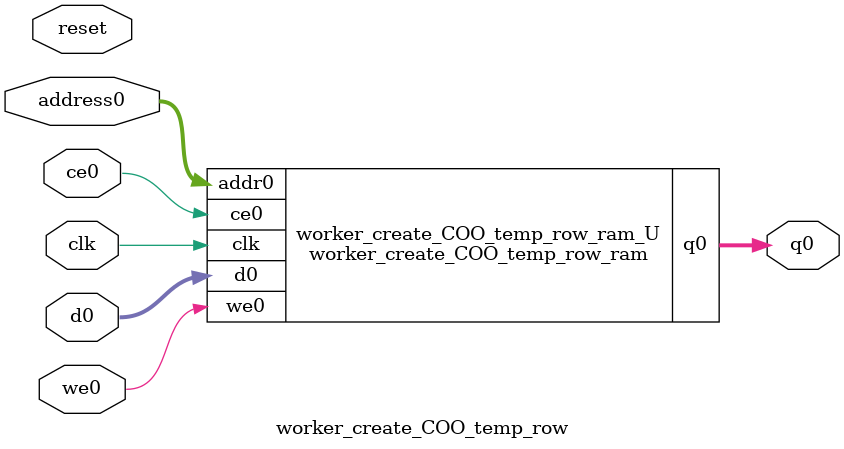
<source format=v>

`timescale 1 ns / 1 ps
module worker_create_COO_temp_row_ram (addr0, ce0, d0, we0, q0,  clk);

parameter DWIDTH = 7;
parameter AWIDTH = 14;
parameter MEM_SIZE = 10000;

input[AWIDTH-1:0] addr0;
input ce0;
input[DWIDTH-1:0] d0;
input we0;
output reg[DWIDTH-1:0] q0;
input clk;

(* ram_style = "block" *)reg [DWIDTH-1:0] ram[MEM_SIZE-1:0];




always @(posedge clk)  
begin 
    if (ce0) 
    begin
        if (we0) 
        begin 
            ram[addr0] <= d0; 
            q0 <= d0;
        end 
        else 
            q0 <= ram[addr0];
    end
end


endmodule


`timescale 1 ns / 1 ps
module worker_create_COO_temp_row(
    reset,
    clk,
    address0,
    ce0,
    we0,
    d0,
    q0);

parameter DataWidth = 32'd7;
parameter AddressRange = 32'd10000;
parameter AddressWidth = 32'd14;
input reset;
input clk;
input[AddressWidth - 1:0] address0;
input ce0;
input we0;
input[DataWidth - 1:0] d0;
output[DataWidth - 1:0] q0;



worker_create_COO_temp_row_ram worker_create_COO_temp_row_ram_U(
    .clk( clk ),
    .addr0( address0 ),
    .ce0( ce0 ),
    .d0( d0 ),
    .we0( we0 ),
    .q0( q0 ));

endmodule


</source>
